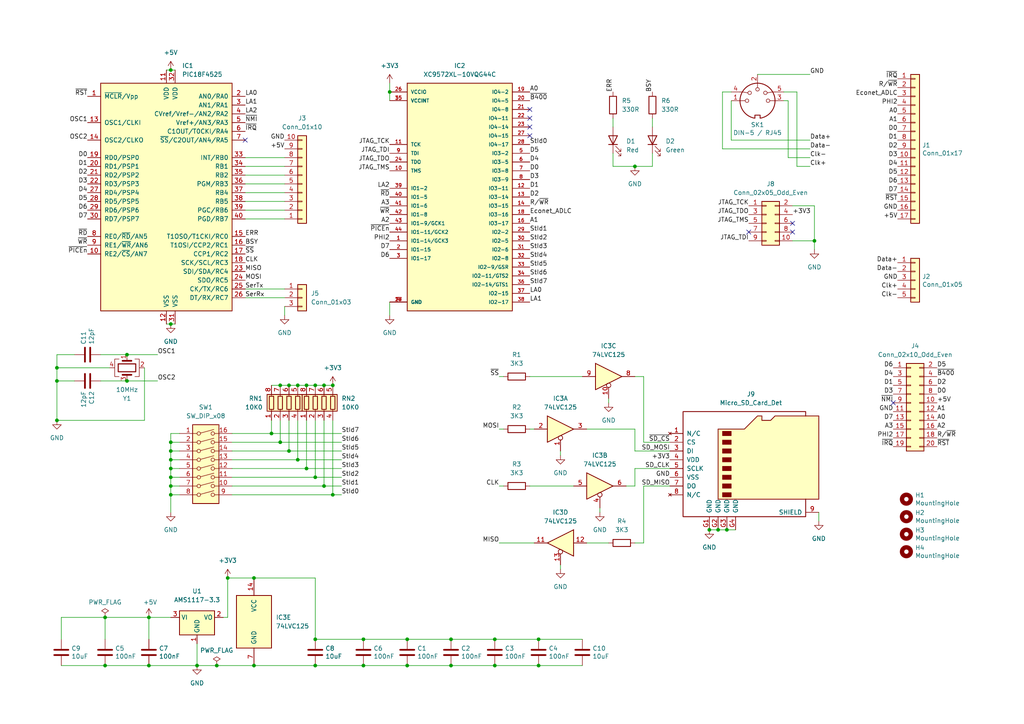
<source format=kicad_sch>
(kicad_sch (version 20230121) (generator eeschema)
  (paper "A4")
  (title_block (title "Atom Econet and AtoMMC Interface") (date "2022-12-20") (rev "02") (company "Ken Lowe") (comment 1 "Rev 01: Initial Design") (comment 2 "Rev 02: Correct routing for nB400"))
  (lib_symbols
    (symbol "74xx:74LVC125" (pin_names (offset 1.016))
      (property "Reference" "U" (at 0 1.27 0))
      (property "Value" "74LVC125" (at 0 -1.27 0))
      (symbol "74LVC125_1_0"
        (pin input inverted (at 0 -6.35 90) (length 4.445) (name "~") (number "1"))
        (pin input line (at -7.62 0 0) (length 3.81) (name "~") (number "2"))
        (pin tri_state line (at 7.62 0 180) (length 3.81) (name "~") (number "3"))
      )
      (symbol "74LVC125_2_0"
        (pin input inverted (at 0 -6.35 90) (length 4.445) (name "~") (number "4"))
        (pin input line (at -7.62 0 0) (length 3.81) (name "~") (number "5"))
        (pin tri_state line (at 7.62 0 180) (length 3.81) (name "~") (number "6"))
      )
      (symbol "74LVC125_3_0"
        (pin input inverted (at 0 -6.35 90) (length 4.445) (name "~") (number "10"))
        (pin tri_state line (at 7.62 0 180) (length 3.81) (name "~") (number "8"))
        (pin input line (at -7.62 0 0) (length 3.81) (name "~") (number "9"))
      )
      (symbol "74LVC125_4_0"
        (pin tri_state line (at 7.62 0 180) (length 3.81) (name "~") (number "11"))
        (pin input line (at -7.62 0 0) (length 3.81) (name "~") (number "12"))
        (pin input inverted (at 0 -6.35 90) (length 4.445) (name "~") (number "13"))
      )
      (symbol "74LVC125_5_0"
        (pin power_in line (at 0 12.7 270) (length 5.08) (name "VCC") (number "14"))
        (pin power_in line (at 0 -12.7 90) (length 5.08) (name "GND") (number "7"))
      )
    )
    (symbol "Connector_Generic:Conn_01x03" (pin_names (offset 1.016) hide)
      (property "Reference" "J" (at 0 5.08 0))
      (property "Value" "Conn_01x03" (at 0 -5.08 0))
      (symbol "Conn_01x03_1_1"
        (pin passive line (at -5.08 2.54 0) (length 3.81) (name "Pin_1") (number "1"))
        (pin passive line (at -5.08 0 0) (length 3.81) (name "Pin_2") (number "2"))
        (pin passive line (at -5.08 -2.54 0) (length 3.81) (name "Pin_3") (number "3"))
      )
    )
    (symbol "Connector_Generic:Conn_01x05" (pin_names (offset 1.016) hide)
      (property "Reference" "J" (at 0 7.62 0))
      (property "Value" "Conn_01x05" (at 0 -7.62 0))
      (symbol "Conn_01x05_1_1"
        (pin passive line (at -5.08 5.08 0) (length 3.81) (name "Pin_1") (number "1"))
        (pin passive line (at -5.08 2.54 0) (length 3.81) (name "Pin_2") (number "2"))
        (pin passive line (at -5.08 0 0) (length 3.81) (name "Pin_3") (number "3"))
        (pin passive line (at -5.08 -2.54 0) (length 3.81) (name "Pin_4") (number "4"))
        (pin passive line (at -5.08 -5.08 0) (length 3.81) (name "Pin_5") (number "5"))
      )
    )
    (symbol "Connector_Generic:Conn_01x10" (pin_names (offset 1.016) hide)
      (property "Reference" "J" (at 0 12.7 0))
      (property "Value" "Conn_01x10" (at 0 -15.24 0))
      (symbol "Conn_01x10_1_1"
        (pin passive line (at -5.08 10.16 0) (length 3.81) (name "Pin_1") (number "1"))
        (pin passive line (at -5.08 -12.7 0) (length 3.81) (name "Pin_10") (number "10"))
        (pin passive line (at -5.08 7.62 0) (length 3.81) (name "Pin_2") (number "2"))
        (pin passive line (at -5.08 5.08 0) (length 3.81) (name "Pin_3") (number "3"))
        (pin passive line (at -5.08 2.54 0) (length 3.81) (name "Pin_4") (number "4"))
        (pin passive line (at -5.08 0 0) (length 3.81) (name "Pin_5") (number "5"))
        (pin passive line (at -5.08 -2.54 0) (length 3.81) (name "Pin_6") (number "6"))
        (pin passive line (at -5.08 -5.08 0) (length 3.81) (name "Pin_7") (number "7"))
        (pin passive line (at -5.08 -7.62 0) (length 3.81) (name "Pin_8") (number "8"))
        (pin passive line (at -5.08 -10.16 0) (length 3.81) (name "Pin_9") (number "9"))
      )
    )
    (symbol "Connector_Generic:Conn_01x17" (pin_names (offset 1.016) hide)
      (property "Reference" "J" (at 0 22.86 0))
      (property "Value" "Conn_01x17" (at 0 -22.86 0))
      (symbol "Conn_01x17_1_1"
        (pin passive line (at -5.08 20.32 0) (length 3.81) (name "Pin_1") (number "1"))
        (pin passive line (at -5.08 -2.54 0) (length 3.81) (name "Pin_10") (number "10"))
        (pin passive line (at -5.08 -5.08 0) (length 3.81) (name "Pin_11") (number "11"))
        (pin passive line (at -5.08 -7.62 0) (length 3.81) (name "Pin_12") (number "12"))
        (pin passive line (at -5.08 -10.16 0) (length 3.81) (name "Pin_13") (number "13"))
        (pin passive line (at -5.08 -12.7 0) (length 3.81) (name "Pin_14") (number "14"))
        (pin passive line (at -5.08 -15.24 0) (length 3.81) (name "Pin_15") (number "15"))
        (pin passive line (at -5.08 -17.78 0) (length 3.81) (name "Pin_16") (number "16"))
        (pin passive line (at -5.08 -20.32 0) (length 3.81) (name "Pin_17") (number "17"))
        (pin passive line (at -5.08 17.78 0) (length 3.81) (name "Pin_2") (number "2"))
        (pin passive line (at -5.08 15.24 0) (length 3.81) (name "Pin_3") (number "3"))
        (pin passive line (at -5.08 12.7 0) (length 3.81) (name "Pin_4") (number "4"))
        (pin passive line (at -5.08 10.16 0) (length 3.81) (name "Pin_5") (number "5"))
        (pin passive line (at -5.08 7.62 0) (length 3.81) (name "Pin_6") (number "6"))
        (pin passive line (at -5.08 5.08 0) (length 3.81) (name "Pin_7") (number "7"))
        (pin passive line (at -5.08 2.54 0) (length 3.81) (name "Pin_8") (number "8"))
        (pin passive line (at -5.08 0 0) (length 3.81) (name "Pin_9") (number "9"))
      )
    )
    (symbol "Connector_Generic:Conn_02x05_Odd_Even" (pin_names (offset 1.016) hide)
      (property "Reference" "J" (at 1.27 7.62 0))
      (property "Value" "Conn_02x05_Odd_Even" (at 1.27 -7.62 0))
      (symbol "Conn_02x05_Odd_Even_1_1"
        (pin passive line (at -5.08 5.08 0) (length 3.81) (name "Pin_1") (number "1"))
        (pin passive line (at 7.62 -5.08 180) (length 3.81) (name "Pin_10") (number "10"))
        (pin passive line (at 7.62 5.08 180) (length 3.81) (name "Pin_2") (number "2"))
        (pin passive line (at -5.08 2.54 0) (length 3.81) (name "Pin_3") (number "3"))
        (pin passive line (at 7.62 2.54 180) (length 3.81) (name "Pin_4") (number "4"))
        (pin passive line (at -5.08 0 0) (length 3.81) (name "Pin_5") (number "5"))
        (pin passive line (at 7.62 0 180) (length 3.81) (name "Pin_6") (number "6"))
        (pin passive line (at -5.08 -2.54 0) (length 3.81) (name "Pin_7") (number "7"))
        (pin passive line (at 7.62 -2.54 180) (length 3.81) (name "Pin_8") (number "8"))
        (pin passive line (at -5.08 -5.08 0) (length 3.81) (name "Pin_9") (number "9"))
      )
    )
    (symbol "Connector_Generic:Conn_02x10_Odd_Even" (pin_names (offset 1.016) hide)
      (property "Reference" "J" (at 1.27 12.7 0))
      (property "Value" "Conn_02x10_Odd_Even" (at 1.27 -15.24 0))
      (symbol "Conn_02x10_Odd_Even_1_1"
        (pin passive line (at -5.08 10.16 0) (length 3.81) (name "Pin_1") (number "1"))
        (pin passive line (at 7.62 0 180) (length 3.81) (name "Pin_10") (number "10"))
        (pin passive line (at -5.08 -2.54 0) (length 3.81) (name "Pin_11") (number "11"))
        (pin passive line (at 7.62 -2.54 180) (length 3.81) (name "Pin_12") (number "12"))
        (pin passive line (at -5.08 -5.08 0) (length 3.81) (name "Pin_13") (number "13"))
        (pin passive line (at 7.62 -5.08 180) (length 3.81) (name "Pin_14") (number "14"))
        (pin passive line (at -5.08 -7.62 0) (length 3.81) (name "Pin_15") (number "15"))
        (pin passive line (at 7.62 -7.62 180) (length 3.81) (name "Pin_16") (number "16"))
        (pin passive line (at -5.08 -10.16 0) (length 3.81) (name "Pin_17") (number "17"))
        (pin passive line (at 7.62 -10.16 180) (length 3.81) (name "Pin_18") (number "18"))
        (pin passive line (at -5.08 -12.7 0) (length 3.81) (name "Pin_19") (number "19"))
        (pin passive line (at 7.62 10.16 180) (length 3.81) (name "Pin_2") (number "2"))
        (pin passive line (at 7.62 -12.7 180) (length 3.81) (name "Pin_20") (number "20"))
        (pin passive line (at -5.08 7.62 0) (length 3.81) (name "Pin_3") (number "3"))
        (pin passive line (at 7.62 7.62 180) (length 3.81) (name "Pin_4") (number "4"))
        (pin passive line (at -5.08 5.08 0) (length 3.81) (name "Pin_5") (number "5"))
        (pin passive line (at 7.62 5.08 180) (length 3.81) (name "Pin_6") (number "6"))
        (pin passive line (at -5.08 2.54 0) (length 3.81) (name "Pin_7") (number "7"))
        (pin passive line (at 7.62 2.54 180) (length 3.81) (name "Pin_8") (number "8"))
        (pin passive line (at -5.08 0 0) (length 3.81) (name "Pin_9") (number "9"))
      )
    )
    (symbol "Device:C" (pin_numbers hide) (pin_names (offset 0.254))
      (property "Reference" "C" (at 0.635 2.54 0))
      (property "Value" "C" (at 0.635 -2.54 0))
      (symbol "C_1_1"
        (pin passive line (at 0 3.81 270) (length 2.794) (name "~") (number "1"))
        (pin passive line (at 0 -3.81 90) (length 2.794) (name "~") (number "2"))
      )
    )
    (symbol "Device:Crystal_GND24" (pin_names (offset 1.016) hide)
      (property "Reference" "Y" (at 3.175 5.08 0))
      (property "Value" "Crystal_GND24" (at 3.175 3.175 0))
      (symbol "Crystal_GND24_1_1"
        (pin passive line (at -3.81 0 0) (length 1.27) (name "1") (number "1"))
        (pin passive line (at 0 5.08 270) (length 1.27) (name "2") (number "2"))
        (pin passive line (at 3.81 0 180) (length 1.27) (name "3") (number "3"))
        (pin passive line (at 0 -5.08 90) (length 1.27) (name "4") (number "4"))
      )
    )
    (symbol "Device:LED" (pin_numbers hide) (pin_names (offset 1.016) hide)
      (property "Reference" "D" (at 0 2.54 0))
      (property "Value" "LED" (at 0 -2.54 0))
      (symbol "LED_1_1"
        (pin passive line (at -3.81 0 0) (length 2.54) (name "K") (number "1"))
        (pin passive line (at 3.81 0 180) (length 2.54) (name "A") (number "2"))
      )
    )
    (symbol "Device:R" (pin_numbers hide) (pin_names (offset 0))
      (property "Reference" "R" (at 2.032 0 90))
      (property "Value" "R" (at 0 0 90))
      (symbol "R_1_1"
        (pin passive line (at 0 3.81 270) (length 1.27) (name "~") (number "1"))
        (pin passive line (at 0 -3.81 90) (length 1.27) (name "~") (number "2"))
      )
    )
    (symbol "Device:R_Pack04" (pin_names (offset 0) hide)
      (property "Reference" "RN" (at -7.62 0 90))
      (property "Value" "R_Pack04" (at 5.08 0 90))
      (symbol "R_Pack04_1_1"
        (pin passive line (at -5.08 -5.08 90) (length 2.54) (name "R1.1") (number "1"))
        (pin passive line (at -2.54 -5.08 90) (length 2.54) (name "R2.1") (number "2"))
        (pin passive line (at 0 -5.08 90) (length 2.54) (name "R3.1") (number "3"))
        (pin passive line (at 2.54 -5.08 90) (length 2.54) (name "R4.1") (number "4"))
        (pin passive line (at 2.54 5.08 270) (length 2.54) (name "R4.2") (number "5"))
        (pin passive line (at 0 5.08 270) (length 2.54) (name "R3.2") (number "6"))
        (pin passive line (at -2.54 5.08 270) (length 2.54) (name "R2.2") (number "7"))
        (pin passive line (at -5.08 5.08 270) (length 2.54) (name "R1.2") (number "8"))
      )
    )
    (symbol "Econet_AtoMMC:DIN-5_180degree" (pin_names (offset 1.016))
      (property "Reference" "SK1" (at 0 -6.985 0))
      (property "Value" "DIN-5 / RJ45" (at 0 -9.2964 0))
      (symbol "DIN-5_180degree_1_1"
        (pin passive line (at -7.62 0 0) (length 2.54) (name "~") (number "1"))
        (pin passive line (at 0 7.62 270) (length 2.54) (name "~") (number "2"))
        (pin passive line (at 7.62 0 180) (length 2.54) (name "~") (number "3"))
        (pin passive line (at -7.62 2.54 0) (length 2.54) (name "~") (number "4"))
        (pin passive line (at 7.62 2.54 180) (length 2.54) (name "~") (number "5"))
      )
    )
    (symbol "Econet_AtoMMC:Micro_SD_Card" (pin_names (offset 1.016))
      (property "Reference" "J9" (at 0.635 21.59 0))
      (property "Value" "Micro_SD_Card_Det" (at 0.635 19.05 0))
      (symbol "Micro_SD_Card_0_0"
        (text "" (at -8.89 -21.59 0) (effects (font (size 1.27 1.27))))
      )
      (symbol "Micro_SD_Card_1_1"
        (pin no_connect line (at -22.86 7.62 0) (length 3.81) (name "N/C") (number "1"))
        (pin input line (at -22.86 5.08 0) (length 3.81) (name "CS") (number "2"))
        (pin input line (at -22.86 2.54 0) (length 3.81) (name "DI") (number "3"))
        (pin power_in line (at -22.86 0 0) (length 3.81) (name "VDD") (number "4"))
        (pin input line (at -22.86 -2.54 0) (length 3.81) (name "SCLK") (number "5"))
        (pin power_in line (at -22.86 -5.08 0) (length 3.81) (name "VSS") (number "6"))
        (pin output line (at -22.86 -7.62 0) (length 3.81) (name "DO") (number "7"))
        (pin no_connect line (at -22.86 -10.16 0) (length 3.81) (name "N/C") (number "8"))
        (pin passive line (at 20.32 -15.24 180) (length 3.81) (name "SHIELD") (number "9"))
        (pin passive line (at -11.43 -20.32 90) (length 3.81) (name "GND") (number "G1"))
        (pin passive line (at -8.89 -20.32 90) (length 3.81) (name "GND") (number "G2"))
        (pin passive line (at -6.35 -20.32 90) (length 3.81) (name "GND") (number "G3"))
        (pin passive line (at -3.81 -20.32 90) (length 3.81) (name "GND") (number "G4"))
      )
    )
    (symbol "Econet_AtoMMC:XC9572XL-10VQG44C" (pin_names (offset 1.016))
      (property "Reference" "U" (at -15.24 -35.56 0))
      (property "Value" "XC9572XL-10VQG44C" (at -15.24 -38.1 0))
      (symbol "XC9572XL-10VQG44C_0_0"
        (pin bidirectional line (at -20.32 -12.7 0) (length 5.08) (name "IO1-14/GCK3") (number "1"))
        (pin bidirectional line (at -20.32 7.62 0) (length 5.08) (name "TMS") (number "10"))
        (pin bidirectional line (at -20.32 15.24 0) (length 5.08) (name "TCK") (number "11"))
        (pin bidirectional line (at 20.32 2.54 180) (length 5.08) (name "IO3-11") (number "12"))
        (pin bidirectional line (at 20.32 0 180) (length 5.08) (name "IO3-14") (number "13"))
        (pin bidirectional line (at 20.32 -2.54 180) (length 5.08) (name "IO3-15") (number "14"))
        (pin power_in line (at -20.32 27.94 0) (length 5.08) (name "VCCINT") (number "15"))
        (pin bidirectional line (at 20.32 -7.62 180) (length 5.08) (name "IO3-17") (number "16"))
        (pin power_in line (at -20.32 -30.48 0) (length 5.08) (name "GND") (number "17"))
        (pin bidirectional line (at 20.32 -5.08 180) (length 5.08) (name "IO3-16") (number "18"))
        (pin bidirectional line (at 20.32 30.48 180) (length 5.08) (name "IO4-2") (number "19"))
        (pin bidirectional line (at -20.32 -15.24 0) (length 5.08) (name "IO1-15") (number "2"))
        (pin bidirectional line (at 20.32 27.94 180) (length 5.08) (name "IO4-5") (number "20"))
        (pin bidirectional line (at 20.32 25.4 180) (length 5.08) (name "IO4-8") (number "21"))
        (pin bidirectional line (at 20.32 22.86 180) (length 5.08) (name "IO4-11") (number "22"))
        (pin bidirectional line (at 20.32 20.32 180) (length 5.08) (name "IO4-14") (number "23"))
        (pin bidirectional line (at -20.32 10.16 0) (length 5.08) (name "TDO") (number "24"))
        (pin power_in line (at -20.32 -30.48 0) (length 5.08) (name "GND") (number "25"))
        (pin power_in line (at -20.32 30.48 0) (length 5.08) (name "VCCIO") (number "26"))
        (pin bidirectional line (at 20.32 17.78 180) (length 5.08) (name "IO4-15") (number "27"))
        (pin bidirectional line (at 20.32 15.24 180) (length 5.08) (name "IO4-17") (number "28"))
        (pin bidirectional line (at 20.32 -10.16 180) (length 5.08) (name "IO2-2") (number "29"))
        (pin bidirectional line (at -20.32 -17.78 0) (length 5.08) (name "IO1-17") (number "3"))
        (pin bidirectional line (at 20.32 -12.7 180) (length 5.08) (name "IO2-5") (number "30"))
        (pin bidirectional line (at 20.32 -15.24 180) (length 5.08) (name "IO2-6") (number "31"))
        (pin bidirectional line (at 20.32 -17.78 180) (length 5.08) (name "IO2-8") (number "32"))
        (pin bidirectional line (at 20.32 -20.32 180) (length 5.08) (name "IO2-9/GSR") (number "33"))
        (pin bidirectional line (at 20.32 -22.86 180) (length 5.08) (name "IO2-11/GTS2") (number "34"))
        (pin power_in line (at -20.32 27.94 0) (length 5.08) (name "VCCINT") (number "35"))
        (pin bidirectional line (at 20.32 -25.4 180) (length 5.08) (name "IO2-14/GTS1") (number "36"))
        (pin bidirectional line (at 20.32 -27.94 180) (length 5.08) (name "IO2-15") (number "37"))
        (pin bidirectional line (at 20.32 -30.48 180) (length 5.08) (name "IO2-17") (number "38"))
        (pin bidirectional line (at -20.32 2.54 0) (length 5.08) (name "IO1-2") (number "39"))
        (pin power_in line (at -20.32 -30.48 0) (length 5.08) (name "GND") (number "4"))
        (pin bidirectional line (at -20.32 0 0) (length 5.08) (name "IO1-5") (number "40"))
        (pin bidirectional line (at -20.32 -2.54 0) (length 5.08) (name "IO1-6") (number "41"))
        (pin bidirectional line (at -20.32 -5.08 0) (length 5.08) (name "IO1-8") (number "42"))
        (pin bidirectional line (at -20.32 -7.62 0) (length 5.08) (name "IO1-9/GCK1") (number "43"))
        (pin bidirectional line (at -20.32 -10.16 0) (length 5.08) (name "IO1-11/GCK2") (number "44"))
        (pin bidirectional line (at 20.32 12.7 180) (length 5.08) (name "IO3-2") (number "5"))
        (pin bidirectional line (at 20.32 10.16 180) (length 5.08) (name "IO3-5") (number "6"))
        (pin bidirectional line (at 20.32 7.62 180) (length 5.08) (name "IO3-8") (number "7"))
        (pin bidirectional line (at 20.32 5.08 180) (length 5.08) (name "IO3-9") (number "8"))
        (pin bidirectional line (at -20.32 12.7 0) (length 5.08) (name "TDI") (number "9"))
      )
    )
    (symbol "MCU_Microchip_PIC16:PIC16F874A-IP" (pin_names (offset 1.016))
      (property "Reference" "U" (at 5.08 35.56 0))
      (property "Value" "PIC16F874A-IP" (at 5.08 33.02 0))
      (symbol "PIC16F874A-IP_1_1"
        (pin input line (at -22.86 27.94 0) (length 3.81) (name "~{MCLR}/Vpp") (number "1"))
        (pin bidirectional line (at -22.86 -17.78 0) (length 3.81) (name "RE2/~{CS}/AN7") (number "10"))
        (pin power_in line (at 0 35.56 270) (length 3.81) (name "VDD") (number "11"))
        (pin power_in line (at 0 -38.1 90) (length 3.81) (name "VSS") (number "12"))
        (pin input line (at -22.86 20.32 0) (length 3.81) (name "OSC1/CLKI") (number "13"))
        (pin output line (at -22.86 15.24 0) (length 3.81) (name "OSC2/CLKO") (number "14"))
        (pin bidirectional line (at 22.86 -12.7 180) (length 3.81) (name "T1OSO/T1CKI/RC0") (number "15"))
        (pin bidirectional line (at 22.86 -15.24 180) (length 3.81) (name "T1OSI/CCP2/RC1") (number "16"))
        (pin bidirectional line (at 22.86 -17.78 180) (length 3.81) (name "CCP1/RC2") (number "17"))
        (pin bidirectional line (at 22.86 -20.32 180) (length 3.81) (name "SCK/SCL/RC3") (number "18"))
        (pin bidirectional line (at -22.86 10.16 0) (length 3.81) (name "RD0/PSP0") (number "19"))
        (pin bidirectional line (at 22.86 27.94 180) (length 3.81) (name "AN0/RA0") (number "2"))
        (pin bidirectional line (at -22.86 7.62 0) (length 3.81) (name "RD1/PSP1") (number "20"))
        (pin bidirectional line (at -22.86 5.08 0) (length 3.81) (name "RD2/PSP2") (number "21"))
        (pin bidirectional line (at -22.86 2.54 0) (length 3.81) (name "RD3/PSP3") (number "22"))
        (pin bidirectional line (at 22.86 -22.86 180) (length 3.81) (name "SDI/SDA/RC4") (number "23"))
        (pin bidirectional line (at 22.86 -25.4 180) (length 3.81) (name "SDO/RC5") (number "24"))
        (pin bidirectional line (at 22.86 -27.94 180) (length 3.81) (name "CK/TX/RC6") (number "25"))
        (pin bidirectional line (at 22.86 -30.48 180) (length 3.81) (name "DT/RX/RC7") (number "26"))
        (pin bidirectional line (at -22.86 0 0) (length 3.81) (name "RD4/PSP4") (number "27"))
        (pin bidirectional line (at -22.86 -2.54 0) (length 3.81) (name "RD5/PSP5") (number "28"))
        (pin bidirectional line (at -22.86 -5.08 0) (length 3.81) (name "RD6/PSP6") (number "29"))
        (pin bidirectional line (at 22.86 25.4 180) (length 3.81) (name "AN1/RA1") (number "3"))
        (pin bidirectional line (at -22.86 -7.62 0) (length 3.81) (name "RD7/PSP7") (number "30"))
        (pin power_in line (at 2.54 -38.1 90) (length 3.81) (name "VSS") (number "31"))
        (pin power_in line (at 2.54 35.56 270) (length 3.81) (name "VDD") (number "32"))
        (pin bidirectional line (at 22.86 10.16 180) (length 3.81) (name "INT/RB0") (number "33"))
        (pin bidirectional line (at 22.86 7.62 180) (length 3.81) (name "RB1") (number "34"))
        (pin bidirectional line (at 22.86 5.08 180) (length 3.81) (name "RB2") (number "35"))
        (pin bidirectional line (at 22.86 2.54 180) (length 3.81) (name "PGM/RB3") (number "36"))
        (pin bidirectional line (at 22.86 0 180) (length 3.81) (name "RB4") (number "37"))
        (pin bidirectional line (at 22.86 -2.54 180) (length 3.81) (name "RB5") (number "38"))
        (pin bidirectional line (at 22.86 -5.08 180) (length 3.81) (name "PGC/RB6") (number "39"))
        (pin bidirectional line (at 22.86 22.86 180) (length 3.81) (name "CVref/Vref-/AN2/RA2") (number "4"))
        (pin bidirectional line (at 22.86 -7.62 180) (length 3.81) (name "PGD/RB7") (number "40"))
        (pin bidirectional line (at 22.86 20.32 180) (length 3.81) (name "Vref+/AN3/RA3") (number "5"))
        (pin bidirectional line (at 22.86 17.78 180) (length 3.81) (name "C1OUT/T0CKI/RA4") (number "6"))
        (pin bidirectional line (at 22.86 15.24 180) (length 3.81) (name "~{SS}/C2OUT/AN4/RA5") (number "7"))
        (pin bidirectional line (at -22.86 -12.7 0) (length 3.81) (name "RE0/~{RD}/AN5") (number "8"))
        (pin bidirectional line (at -22.86 -15.24 0) (length 3.81) (name "RE1/~{WR}/AN6") (number "9"))
      )
    )
    (symbol "Mechanical:MountingHole" (pin_names (offset 1.016))
      (property "Reference" "H" (at 0 5.08 0))
      (property "Value" "MountingHole" (at 0 3.175 0))
    )
    (symbol "Regulator_Linear:AMS1117-3.3"
      (property "Reference" "U" (at -3.81 3.175 0))
      (property "Value" "AMS1117-3.3" (at 0 3.175 0))
      (symbol "AMS1117-3.3_1_1"
        (pin power_in line (at 0 -7.62 90) (length 2.54) (name "GND") (number "1"))
        (pin power_out line (at 7.62 0 180) (length 2.54) (name "VO") (number "2"))
        (pin power_in line (at -7.62 0 0) (length 2.54) (name "VI") (number "3"))
      )
    )
    (symbol "Switch:SW_DIP_x08" (pin_names (offset 0) hide)
      (property "Reference" "SW" (at 0 13.97 0))
      (property "Value" "SW_DIP_x08" (at 0 -11.43 0))
      (symbol "SW_DIP_x08_1_1"
        (pin passive line (at -7.62 10.16 0) (length 5.08) (name "~") (number "1"))
        (pin passive line (at 7.62 -5.08 180) (length 5.08) (name "~") (number "10"))
        (pin passive line (at 7.62 -2.54 180) (length 5.08) (name "~") (number "11"))
        (pin passive line (at 7.62 0 180) (length 5.08) (name "~") (number "12"))
        (pin passive line (at 7.62 2.54 180) (length 5.08) (name "~") (number "13"))
        (pin passive line (at 7.62 5.08 180) (length 5.08) (name "~") (number "14"))
        (pin passive line (at 7.62 7.62 180) (length 5.08) (name "~") (number "15"))
        (pin passive line (at 7.62 10.16 180) (length 5.08) (name "~") (number "16"))
        (pin passive line (at -7.62 7.62 0) (length 5.08) (name "~") (number "2"))
        (pin passive line (at -7.62 5.08 0) (length 5.08) (name "~") (number "3"))
        (pin passive line (at -7.62 2.54 0) (length 5.08) (name "~") (number "4"))
        (pin passive line (at -7.62 0 0) (length 5.08) (name "~") (number "5"))
        (pin passive line (at -7.62 -2.54 0) (length 5.08) (name "~") (number "6"))
        (pin passive line (at -7.62 -5.08 0) (length 5.08) (name "~") (number "7"))
        (pin passive line (at -7.62 -7.62 0) (length 5.08) (name "~") (number "8"))
        (pin passive line (at 7.62 -7.62 180) (length 5.08) (name "~") (number "9"))
      )
    )
    (symbol "power:+3V3" (power) (pin_names (offset 0))
      (property "Value" "+3V3" (at 0 3.556 0))
      (symbol "+3V3_1_1"
        (pin power_in line (at 0 0 90) (length 0) hide (name "+3V3") (number "1"))
      )
    )
    (symbol "power:+5V" (power) (pin_names (offset 0))
      (property "Value" "+5V" (at 0 3.556 0))
      (symbol "+5V_1_1"
        (pin power_in line (at 0 0 90) (length 0) hide (name "+5V") (number "1"))
      )
    )
    (symbol "power:GND" (power) (pin_names (offset 0))
      (property "Value" "GND" (at 0 -3.81 0))
      (symbol "GND_1_1"
        (pin power_in line (at 0 0 270) (length 0) hide (name "GND") (number "1"))
      )
    )
    (symbol "power:PWR_FLAG" (power) (pin_numbers hide) (pin_names (offset 0) hide)
      (property "Value" "PWR_FLAG" (at 0 3.81 0))
      (symbol "PWR_FLAG_0_0"
        (pin power_out line (at 0 0 90) (length 0) (name "pwr") (number "1"))
      )
    )
  )
  (junction (at 105.41 185.42))
  (junction (at 118.11 185.42))
  (junction (at 130.81 193.04))
  (junction (at 30.48 179.07))
  (junction (at 49.53 135.89))
  (junction (at 156.21 193.04))
  (junction (at 118.11 193.04))
  (junction (at 49.53 140.97))
  (junction (at 49.53 128.27))
  (junction (at 93.98 111.76))
  (junction (at 36.83 102.87))
  (junction (at 49.53 130.81))
  (junction (at 205.74 153.67))
  (junction (at 16.51 121.92))
  (junction (at 62.865 193.04))
  (junction (at 81.28 111.76))
  (junction (at 86.36 111.76))
  (junction (at 73.66 193.04))
  (junction (at 49.53 93.98))
  (junction (at 93.98 140.97))
  (junction (at 49.53 133.35))
  (junction (at 66.04 167.64))
  (junction (at 86.36 133.35))
  (junction (at 210.82 153.67))
  (junction (at 49.53 138.43))
  (junction (at 156.21 185.42))
  (junction (at 91.44 111.76))
  (junction (at 113.03 26.67))
  (junction (at 30.48 193.04))
  (junction (at 236.22 69.85))
  (junction (at 43.18 179.07))
  (junction (at 105.41 193.04))
  (junction (at 49.53 20.32))
  (junction (at 96.52 143.51))
  (junction (at 208.28 153.67))
  (junction (at 88.9 135.89))
  (junction (at 57.15 193.04))
  (junction (at 73.66 167.64))
  (junction (at 184.15 48.26))
  (junction (at 43.18 193.04))
  (junction (at 91.44 193.04))
  (junction (at 88.9 111.76))
  (junction (at 130.81 185.42))
  (junction (at 83.82 130.81))
  (junction (at 49.53 143.51))
  (junction (at 16.51 106.68))
  (junction (at 143.51 193.04))
  (junction (at 16.51 110.49))
  (junction (at 36.83 110.49))
  (junction (at 81.28 128.27))
  (junction (at 91.44 185.42))
  (junction (at 78.74 125.73))
  (junction (at 83.82 111.76))
  (junction (at 143.51 185.42))
  (junction (at 91.44 138.43))
  (junction (at 96.52 111.76))
  (no_connect (at 71.12 40.64))
  (no_connect (at 153.67 31.75))
  (no_connect (at 153.67 34.29))
  (no_connect (at 153.67 36.83))
  (no_connect (at 153.67 39.37))
  (no_connect (at 259.08 116.84))
  (no_connect (at 229.87 64.77))
  (no_connect (at 229.87 67.31))
  (no_connect (at 217.17 67.31))
  (wire (pts (xy 186.69 140.97) (xy 194.31 140.97)))
  (wire (pts (xy 186.69 157.48) (xy 186.69 140.97)))
  (wire (pts (xy 156.21 193.04) (xy 168.91 193.04)))
  (wire (pts (xy 88.9 111.76) (xy 91.44 111.76)))
  (wire (pts (xy 71.12 55.88) (xy 82.55 55.88)))
  (wire (pts (xy 66.04 179.07) (xy 66.04 167.64)))
  (wire (pts (xy 82.55 88.9) (xy 82.55 91.44)))
  (wire (pts (xy 78.74 125.73) (xy 99.06 125.73)))
  (wire (pts (xy 208.28 153.67) (xy 210.82 153.67)))
  (wire (pts (xy 21.59 102.87) (xy 16.51 102.87)))
  (wire (pts (xy 113.03 26.67) (xy 113.03 29.21)))
  (wire (pts (xy 189.23 34.29) (xy 189.23 36.83)))
  (wire (pts (xy 91.44 185.42) (xy 105.41 185.42)))
  (wire (pts (xy 96.52 143.51) (xy 99.06 143.51)))
  (wire (pts (xy 86.36 133.35) (xy 99.06 133.35)))
  (wire (pts (xy 67.31 125.73) (xy 78.74 125.73)))
  (wire (pts (xy 176.53 115.57) (xy 176.53 116.84)))
  (wire (pts (xy 16.51 106.68) (xy 31.75 106.68)))
  (wire (pts (xy 177.8 48.26) (xy 184.15 48.26)))
  (wire (pts (xy 186.69 128.27) (xy 194.31 128.27)))
  (wire (pts (xy 181.61 140.97) (xy 184.15 140.97)))
  (wire (pts (xy 212.09 40.64) (xy 234.95 40.64)))
  (wire (pts (xy 144.78 157.48) (xy 154.94 157.48)))
  (wire (pts (xy 16.51 102.87) (xy 16.51 106.68)))
  (wire (pts (xy 71.12 53.34) (xy 82.55 53.34)))
  (wire (pts (xy 162.56 130.81) (xy 162.56 132.08)))
  (wire (pts (xy 43.18 179.07) (xy 49.53 179.07)))
  (wire (pts (xy 29.21 102.87) (xy 36.83 102.87)))
  (wire (pts (xy 184.15 48.26) (xy 189.23 48.26)))
  (wire (pts (xy 113.03 24.13) (xy 113.03 26.67)))
  (wire (pts (xy 184.15 140.97) (xy 184.15 135.89)))
  (wire (pts (xy 49.53 140.97) (xy 49.53 143.51)))
  (wire (pts (xy 91.44 121.92) (xy 91.44 138.43)))
  (wire (pts (xy 205.74 153.67) (xy 208.28 153.67)))
  (wire (pts (xy 71.12 60.96) (xy 82.55 60.96)))
  (wire (pts (xy 105.41 193.04) (xy 118.11 193.04)))
  (wire (pts (xy 43.18 193.04) (xy 57.15 193.04)))
  (wire (pts (xy 49.53 93.98) (xy 50.8 93.98)))
  (wire (pts (xy 30.48 193.04) (xy 43.18 193.04)))
  (wire (pts (xy 88.9 135.89) (xy 99.06 135.89)))
  (wire (pts (xy 130.81 185.42) (xy 143.51 185.42)))
  (wire (pts (xy 81.28 111.76) (xy 83.82 111.76)))
  (wire (pts (xy 228.6 29.21) (xy 228.6 45.72)))
  (wire (pts (xy 49.53 128.27) (xy 52.07 128.27)))
  (wire (pts (xy 49.53 125.73) (xy 49.53 128.27)))
  (wire (pts (xy 49.53 138.43) (xy 49.53 140.97)))
  (wire (pts (xy 49.53 20.32) (xy 50.8 20.32)))
  (wire (pts (xy 231.14 26.67) (xy 231.14 48.26)))
  (wire (pts (xy 228.6 29.21) (xy 227.33 29.21)))
  (wire (pts (xy 49.53 138.43) (xy 52.07 138.43)))
  (wire (pts (xy 231.14 48.26) (xy 234.95 48.26)))
  (wire (pts (xy 71.12 50.8) (xy 82.55 50.8)))
  (wire (pts (xy 64.77 179.07) (xy 66.04 179.07)))
  (wire (pts (xy 17.78 179.07) (xy 30.48 179.07)))
  (wire (pts (xy 49.53 133.35) (xy 52.07 133.35)))
  (wire (pts (xy 49.53 140.97) (xy 52.07 140.97)))
  (wire (pts (xy 81.28 128.27) (xy 99.06 128.27)))
  (wire (pts (xy 144.78 124.46) (xy 146.05 124.46)))
  (wire (pts (xy 57.15 186.69) (xy 57.15 193.04)))
  (wire (pts (xy 153.67 109.22) (xy 168.91 109.22)))
  (wire (pts (xy 49.53 128.27) (xy 49.53 130.81)))
  (wire (pts (xy 67.31 128.27) (xy 81.28 128.27)))
  (wire (pts (xy 48.26 93.98) (xy 49.53 93.98)))
  (wire (pts (xy 83.82 130.81) (xy 99.06 130.81)))
  (wire (pts (xy 143.51 185.42) (xy 156.21 185.42)))
  (wire (pts (xy 49.53 130.81) (xy 52.07 130.81)))
  (wire (pts (xy 144.78 109.22) (xy 146.05 109.22)))
  (wire (pts (xy 78.74 111.76) (xy 81.28 111.76)))
  (wire (pts (xy 118.11 193.04) (xy 130.81 193.04)))
  (wire (pts (xy 62.865 193.04) (xy 73.66 193.04)))
  (wire (pts (xy 67.31 135.89) (xy 88.9 135.89)))
  (wire (pts (xy 113.03 87.63) (xy 113.03 91.44)))
  (wire (pts (xy 153.67 140.97) (xy 166.37 140.97)))
  (wire (pts (xy 189.23 44.45) (xy 189.23 48.26)))
  (wire (pts (xy 36.83 110.49) (xy 45.72 110.49)))
  (wire (pts (xy 184.15 157.48) (xy 186.69 157.48)))
  (wire (pts (xy 30.48 179.07) (xy 43.18 179.07)))
  (wire (pts (xy 67.31 130.81) (xy 83.82 130.81)))
  (wire (pts (xy 105.41 185.42) (xy 118.11 185.42)))
  (wire (pts (xy 162.56 163.83) (xy 162.56 165.1)))
  (wire (pts (xy 67.31 143.51) (xy 96.52 143.51)))
  (wire (pts (xy 49.53 130.81) (xy 49.53 133.35)))
  (wire (pts (xy 212.09 29.21) (xy 212.09 40.64)))
  (wire (pts (xy 36.83 102.87) (xy 45.72 102.87)))
  (wire (pts (xy 156.21 185.42) (xy 168.91 185.42)))
  (wire (pts (xy 49.53 135.89) (xy 49.53 138.43)))
  (wire (pts (xy 184.15 135.89) (xy 194.31 135.89)))
  (wire (pts (xy 96.52 121.92) (xy 96.52 143.51)))
  (wire (pts (xy 177.8 44.45) (xy 177.8 48.26)))
  (wire (pts (xy 91.44 111.76) (xy 93.98 111.76)))
  (wire (pts (xy 219.71 21.59) (xy 234.95 21.59)))
  (wire (pts (xy 71.12 58.42) (xy 82.55 58.42)))
  (wire (pts (xy 227.33 26.67) (xy 231.14 26.67)))
  (wire (pts (xy 49.53 143.51) (xy 52.07 143.51)))
  (wire (pts (xy 49.53 135.89) (xy 52.07 135.89)))
  (wire (pts (xy 49.53 133.35) (xy 49.53 135.89)))
  (wire (pts (xy 209.55 43.18) (xy 209.55 26.67)))
  (wire (pts (xy 83.82 121.92) (xy 83.82 130.81)))
  (wire (pts (xy 17.78 193.04) (xy 30.48 193.04)))
  (wire (pts (xy 186.69 128.27) (xy 186.69 109.22)))
  (wire (pts (xy 186.69 109.22) (xy 184.15 109.22)))
  (wire (pts (xy 143.51 193.04) (xy 156.21 193.04)))
  (wire (pts (xy 237.49 148.59) (xy 237.49 151.13)))
  (wire (pts (xy 16.51 110.49) (xy 16.51 121.92)))
  (wire (pts (xy 66.04 167.64) (xy 73.66 167.64)))
  (wire (pts (xy 78.74 121.92) (xy 78.74 125.73)))
  (wire (pts (xy 86.36 121.92) (xy 86.36 133.35)))
  (wire (pts (xy 170.18 124.46) (xy 184.15 124.46)))
  (wire (pts (xy 177.8 34.29) (xy 177.8 36.83)))
  (wire (pts (xy 52.07 125.73) (xy 49.53 125.73)))
  (wire (pts (xy 173.99 147.32) (xy 173.99 148.59)))
  (wire (pts (xy 118.11 185.42) (xy 130.81 185.42)))
  (wire (pts (xy 81.28 121.92) (xy 81.28 128.27)))
  (wire (pts (xy 83.82 111.76) (xy 86.36 111.76)))
  (wire (pts (xy 130.81 193.04) (xy 143.51 193.04)))
  (wire (pts (xy 73.66 167.64) (xy 91.44 167.64)))
  (wire (pts (xy 29.21 110.49) (xy 36.83 110.49)))
  (wire (pts (xy 236.22 69.85) (xy 236.22 72.39)))
  (wire (pts (xy 16.51 121.92) (xy 41.91 121.92)))
  (wire (pts (xy 144.78 140.97) (xy 146.05 140.97)))
  (wire (pts (xy 93.98 140.97) (xy 99.06 140.97)))
  (wire (pts (xy 73.66 193.04) (xy 91.44 193.04)))
  (wire (pts (xy 57.15 193.04) (xy 62.865 193.04)))
  (wire (pts (xy 91.44 193.04) (xy 105.41 193.04)))
  (wire (pts (xy 41.91 106.68) (xy 41.91 121.92)))
  (wire (pts (xy 86.36 111.76) (xy 88.9 111.76)))
  (wire (pts (xy 229.87 59.69) (xy 236.22 59.69)))
  (wire (pts (xy 229.87 69.85) (xy 236.22 69.85)))
  (wire (pts (xy 93.98 111.76) (xy 96.52 111.76)))
  (wire (pts (xy 49.53 143.51) (xy 49.53 148.59)))
  (wire (pts (xy 71.12 48.26) (xy 82.55 48.26)))
  (wire (pts (xy 48.26 20.32) (xy 49.53 20.32)))
  (wire (pts (xy 71.12 83.82) (xy 82.55 83.82)))
  (wire (pts (xy 91.44 167.64) (xy 91.44 185.42)))
  (wire (pts (xy 71.12 45.72) (xy 82.55 45.72)))
  (wire (pts (xy 228.6 45.72) (xy 234.95 45.72)))
  (wire (pts (xy 210.82 153.67) (xy 213.36 153.67)))
  (wire (pts (xy 153.67 124.46) (xy 154.94 124.46)))
  (wire (pts (xy 236.22 59.69) (xy 236.22 69.85)))
  (wire (pts (xy 67.31 140.97) (xy 93.98 140.97)))
  (wire (pts (xy 71.12 86.36) (xy 82.55 86.36)))
  (wire (pts (xy 170.18 157.48) (xy 176.53 157.48)))
  (wire (pts (xy 16.51 110.49) (xy 21.59 110.49)))
  (wire (pts (xy 184.15 130.81) (xy 194.31 130.81)))
  (wire (pts (xy 67.31 138.43) (xy 91.44 138.43)))
  (wire (pts (xy 91.44 138.43) (xy 99.06 138.43)))
  (wire (pts (xy 93.98 121.92) (xy 93.98 140.97)))
  (wire (pts (xy 17.78 185.42) (xy 17.78 179.07)))
  (wire (pts (xy 209.55 43.18) (xy 234.95 43.18)))
  (wire (pts (xy 67.31 133.35) (xy 86.36 133.35)))
  (wire (pts (xy 16.51 106.68) (xy 16.51 110.49)))
  (wire (pts (xy 184.15 130.81) (xy 184.15 124.46)))
  (wire (pts (xy 43.18 185.42) (xy 43.18 179.07)))
  (wire (pts (xy 30.48 179.07) (xy 30.48 185.42)))
  (wire (pts (xy 209.55 26.67) (xy 212.09 26.67)))
  (wire (pts (xy 71.12 63.5) (xy 82.55 63.5)))
  (wire (pts (xy 88.9 121.92) (xy 88.9 135.89)))
  (label "+3V3" (at 229.87 62.23 0))
  (label "Econet_ADLC" (at 153.67 62.23 0))
  (label "+5V" (at 271.78 116.84 0))
  (label "StId3" (at 153.67 72.39 0))
  (label "LA1" (at 153.67 87.63 0))
  (label "StId7" (at 153.67 82.55 0))
  (label "StId2" (at 153.67 69.85 0))
  (label "~{PICEn}" (at 25.4 73.66 180))
  (label "~{RST}" (at 260.35 58.42 180))
  (label "Data-" (at 234.95 43.18 0))
  (label "StId5" (at 153.67 77.47 0))
  (label "R{slash}~{WR}" (at 153.67 59.69 0))
  (label "R{slash}~{WR}" (at 271.78 127 0))
  (label "OSC2" (at 25.4 40.64 180))
  (label "Data-" (at 260.35 78.74 180))
  (label "BSY" (at 71.12 71.12 0))
  (label "JTAG_TCK" (at 113.03 41.91 180))
  (label "LA0" (at 71.12 27.94 0))
  (label "PHI2" (at 260.35 30.48 180))
  (label "StId6" (at 99.06 128.27 0))
  (label "StId4" (at 99.06 133.35 0))
  (label "~{IRQ}" (at 71.12 38.1 0))
  (label "StId1" (at 153.67 67.31 0))
  (label "~{SD_CS}" (at 194.31 128.27 180))
  (label "JTAG_TMS" (at 217.17 64.77 180))
  (label "D7" (at 260.35 55.88 180))
  (label "PHI2" (at 113.03 69.85 180))
  (label "D6" (at 259.08 106.68 180))
  (label "D0" (at 25.4 45.72 180))
  (label "~{RD}" (at 113.03 57.15 180))
  (label "D4" (at 260.35 48.26 180))
  (label "OSC1" (at 25.4 35.56 180))
  (label "+5V" (at 260.35 63.5 180))
  (label "D4" (at 153.67 46.99 0))
  (label "~{B400}" (at 271.78 109.22 0))
  (label "~{WR}" (at 113.03 62.23 180))
  (label "D3" (at 260.35 45.72 180))
  (label "A2" (at 271.78 124.46 0))
  (label "D3" (at 25.4 53.34 180))
  (label "A0" (at 271.78 121.92 0))
  (label "JTAG_TDI" (at 113.03 44.45 180))
  (label "LA2" (at 113.03 54.61 180))
  (label "MOSI" (at 71.12 81.28 0))
  (label "D2" (at 153.67 57.15 0))
  (label "JTAG_TMS" (at 113.03 49.53 180))
  (label "JTAG_TDI" (at 217.17 69.85 180))
  (label "StId5" (at 99.06 130.81 0))
  (label "GND" (at 194.31 138.43 180))
  (label "Clk+" (at 260.35 83.82 180))
  (label "D2" (at 260.35 43.18 180))
  (label "JTAG_TDO" (at 217.17 62.23 180))
  (label "~{NMI}" (at 259.08 116.84 180))
  (label "GND" (at 234.95 21.59 0))
  (label "~{PICEn}" (at 113.03 67.31 180))
  (label "A1" (at 260.35 35.56 180))
  (label "D4" (at 259.08 109.22 180))
  (label "D7" (at 259.08 121.92 180))
  (label "A3" (at 113.03 59.69 180))
  (label "A0" (at 153.67 26.67 0))
  (label "StId4" (at 153.67 74.93 0))
  (label "SD_CLK" (at 194.31 135.89 180))
  (label "+5V" (at 82.55 43.18 180))
  (label "GND" (at 82.55 40.64 180))
  (label "JTAG_TCK" (at 217.17 59.69 180))
  (label "D7" (at 25.4 63.5 180))
  (label "R{slash}~{WR}" (at 260.35 25.4 180))
  (label "ERR" (at 71.12 68.58 0))
  (label "OSC2" (at 45.72 110.49 0))
  (label "SD_MISO" (at 194.31 140.97 180))
  (label "~{IRQ}" (at 260.35 22.86 180))
  (label "GND" (at 260.35 81.28 180))
  (label "StId3" (at 99.06 135.89 0))
  (label "D5" (at 153.67 44.45 0))
  (label "SerTx" (at 71.12 83.82 0))
  (label "OSC1" (at 45.72 102.87 0))
  (label "LA0" (at 153.67 85.09 0))
  (label "D7" (at 113.03 72.39 180))
  (label "GND" (at 259.08 119.38 180))
  (label "StId0" (at 99.06 143.51 0))
  (label "A1" (at 153.67 64.77 0))
  (label "GND" (at 260.35 60.96 180))
  (label "D1" (at 153.67 54.61 0))
  (label "CLK" (at 144.78 140.97 180))
  (label "Data+" (at 260.35 76.2 180))
  (label "Clk-" (at 260.35 86.36 180))
  (label "~{RD}" (at 25.4 68.58 180))
  (label "D5" (at 25.4 58.42 180))
  (label "~{RST}" (at 271.78 129.54 0))
  (label "D1" (at 259.08 111.76 180))
  (label "SD_MOSI" (at 194.31 130.81 180))
  (label "MISO" (at 144.78 157.48 180))
  (label "~{IRQ}" (at 259.08 129.54 180))
  (label "~{SS}" (at 71.12 73.66 0))
  (label "D6" (at 25.4 60.96 180))
  (label "StId7" (at 99.06 125.73 0))
  (label "ERR" (at 177.8 26.67 90))
  (label "D0" (at 271.78 114.3 0))
  (label "PHI2" (at 259.08 127 180))
  (label "~{SS}" (at 144.78 109.22 180))
  (label "D5" (at 271.78 106.68 0))
  (label "D5" (at 260.35 50.8 180))
  (label "StId1" (at 99.06 140.97 0))
  (label "~{B400}" (at 153.67 29.21 0))
  (label "BSY" (at 189.23 26.67 90))
  (label "SerRx" (at 71.12 86.36 0))
  (label "D0" (at 153.67 49.53 0))
  (label "MISO" (at 71.12 78.74 0))
  (label "~{WR}" (at 25.4 71.12 180))
  (label "StId0" (at 153.67 41.91 0))
  (label "A2" (at 113.03 64.77 180))
  (label "~{NMI}" (at 71.12 35.56 0))
  (label "D6" (at 260.35 53.34 180))
  (label "D3" (at 153.67 52.07 0))
  (label "D3" (at 259.08 114.3 180))
  (label "A1" (at 271.78 119.38 0))
  (label "Data+" (at 234.95 40.64 0))
  (label "A3" (at 259.08 124.46 180))
  (label "StId6" (at 153.67 80.01 0))
  (label "LA1" (at 71.12 30.48 0))
  (label "D1" (at 260.35 40.64 180))
  (label "CLK" (at 71.12 76.2 0))
  (label "Clk+" (at 234.95 48.26 0))
  (label "JTAG_TDO" (at 113.03 46.99 180))
  (label "D2" (at 271.78 111.76 0))
  (label "LA2" (at 71.12 33.02 0))
  (label "D0" (at 260.35 38.1 180))
  (label "+3V3" (at 194.31 133.35 180))
  (label "D6" (at 113.03 74.93 180))
  (label "~{RST}" (at 25.4 27.94 180))
  (label "StId2" (at 99.06 138.43 0))
  (label "A0" (at 260.35 33.02 180))
  (label "Clk-" (at 234.95 45.72 0))
  (label "D1" (at 25.4 48.26 180))
  (label "Econet_ADLC" (at 260.35 27.94 180))
  (label "D2" (at 25.4 50.8 180))
  (label "D4" (at 25.4 55.88 180))
  (label "MOSI" (at 144.78 124.46 180))
  (symbol (lib_id "Econet_AtoMMC:DIN-5_180degree") (at 219.71 29.21 0) (unit 1)
    (property "Reference" "SK1" (at 219.71 36.195 0))
    (property "Value" "DIN-5 / RJ45" (at 219.71 38.5064 0))
    (property "Footprint" "Econet_AtoMMC:CombinedDIN5RJ45PinHeader90Deg" (effects hide))
    (property "Datasheet" "http://www.mouser.com/ds/2/18/40_c091_abd_e-75918.pdf" (effects hide))
  )
  (symbol (lib_id "Mechanical:MountingHole") (at 262.89 144.78 0) (unit 1)
    (property "Reference" "H1" (at 265.43 143.6116 0) (effects (justify left)))
    (property "Value" "MountingHole" (at 265.43 145.923 0) (effects (justify left)))
    (property "Footprint" "MountingHole:MountingHole_2.7mm" (effects hide))
  )
  (symbol (lib_id "Mechanical:MountingHole") (at 262.89 149.86 0) (unit 1)
    (property "Reference" "H2" (at 265.43 148.6916 0) (effects (justify left)))
    (property "Value" "MountingHole" (at 265.43 151.003 0) (effects (justify left)))
    (property "Footprint" "MountingHole:MountingHole_2.7mm" (effects hide))
  )
  (symbol (lib_id "Mechanical:MountingHole") (at 262.89 154.94 0) (unit 1)
    (property "Reference" "H3" (at 265.43 153.7716 0) (effects (justify left)))
    (property "Value" "MountingHole" (at 265.43 156.083 0) (effects (justify left)))
    (property "Footprint" "MountingHole:MountingHole_2.7mm" (effects hide))
  )
  (symbol (lib_id "Mechanical:MountingHole") (at 262.89 160.02 0) (unit 1)
    (property "Reference" "H4" (at 265.43 158.8516 0) (effects (justify left)))
    (property "Value" "MountingHole" (at 265.43 161.163 0) (effects (justify left)))
    (property "Footprint" "MountingHole:MountingHole_2.7mm" (effects hide))
  )
  (symbol (lib_id "Connector_Generic:Conn_01x17") (at 265.43 43.18 0) (unit 1)
    (property "Reference" "J1" (at 267.462 42.1132 0) (effects (justify left)))
    (property "Value" "Conn_01x17" (at 267.462 44.4246 0) (effects (justify left)))
    (property "Footprint" "Connector_PinSocket_2.54mm:PinSocket_1x17_P2.54mm_Vertical" (effects hide))
    (property "Toby Part Number" "V06-1x17-SV-GF-1" (effects hide))
  )
  (symbol (lib_id "Connector_Generic:Conn_01x05") (at 265.43 81.28 0) (unit 1)
    (property "Reference" "J2" (at 267.462 80.2132 0) (effects (justify left)))
    (property "Value" "Conn_01x05" (at 267.462 82.5246 0) (effects (justify left)))
    (property "Footprint" "Connector_PinSocket_2.54mm:PinSocket_1x05_P2.54mm_Vertical" (effects hide))
    (property "Toby Part Number" "V06-1x5-SV-GF-1" (effects hide))
  )
  (symbol (lib_id "Device:C") (at 130.81 189.23 0) (unit 1)
    (property "Reference" "C2" (at 133.731 188.0616 0) (effects (justify left)))
    (property "Value" "100nF" (at 133.731 190.373 0) (effects (justify left)))
    (property "Footprint" "Capacitor_SMD:C_0603_1608Metric" (effects hide))
    (property "Datasheet" "https://datasheet.lcsc.com/lcsc/1809301912_YAGEO-CC0603KRX7R9BB104_C14663.pdf" (effects hide))
    (property "JLC Part Number" "C14663" (effects hide))
  )
  (symbol (lib_id "power:PWR_FLAG") (at 30.48 179.07 0) (unit 1)
    (property "Reference" "#FLG0102" (effects hide))
    (property "Value" "PWR_FLAG" (at 30.48 174.6758 0))
  )
  (symbol (lib_id "power:GND") (at 176.53 116.84 0) (unit 1)
    (property "Reference" "#PWR0111" (effects hide))
    (property "Value" "GND" (at 176.53 121.92 0))
  )
  (symbol (lib_id "Device:R_Pack04") (at 83.82 116.84 0) (unit 1)
    (property "Reference" "RN1" (at 76.2 115.57 0) (effects (justify right)))
    (property "Value" "10K0" (at 76.2 118.11 0) (effects (justify right)))
    (property "Footprint" "Resistor_SMD:R_Array_Concave_4x0603" (effects hide))
    (property "Datasheet" "https://datasheet.lcsc.com/lcsc/1810191515_UNI-ROYAL-Uniroyal-Elec-4D03WGJ0103T5E_C29718.pdf" (effects hide))
    (property "JLC Part Number" "C29718" (effects hide))
  )
  (symbol (lib_id "power:GND") (at 49.53 93.98 0) (unit 1)
    (property "Reference" "#PWR0104" (effects hide))
    (property "Value" "GND" (at 49.53 99.06 0))
  )
  (symbol (lib_id "power:+5V") (at 43.18 179.07 0) (unit 1)
    (property "Reference" "#PWR0106" (effects hide))
    (property "Value" "+5V" (at 43.561 174.6758 0))
  )
  (symbol (lib_id "Device:R") (at 149.86 124.46 90) (unit 1)
    (property "Reference" "R2" (at 149.86 118.11 90))
    (property "Value" "3K3" (at 149.86 120.65 90))
    (property "Footprint" "Resistor_SMD:R_0603_1608Metric" (effects hide))
    (property "Datasheet" "https://datasheet.lcsc.com/lcsc/2110252130_UNI-ROYAL-Uniroyal-Elec-0603WAF3301T5E_C22978.pdf" (effects hide))
    (property "JLC Part Number" "C22978" (effects hide))
  )
  (symbol (lib_id "Connector_Generic:Conn_01x03") (at 87.63 86.36 0) (unit 1)
    (property "Reference" "J5" (at 90.17 85.0899 0) (effects (justify left)))
    (property "Value" "Conn_01x03" (at 90.17 87.6299 0) (effects (justify left)))
    (property "Footprint" "Connector_PinHeader_2.54mm:PinHeader_1x03_P2.54mm_Horizontal" (effects hide))
  )
  (symbol (lib_id "Device:R") (at 149.86 109.22 90) (unit 1)
    (property "Reference" "R1" (at 149.86 102.87 90))
    (property "Value" "3K3" (at 149.86 105.41 90))
    (property "Footprint" "Resistor_SMD:R_0603_1608Metric" (effects hide))
    (property "Datasheet" "https://datasheet.lcsc.com/lcsc/2110252130_UNI-ROYAL-Uniroyal-Elec-0603WAF3301T5E_C22978.pdf" (effects hide))
    (property "JLC Part Number" "C22978" (effects hide))
  )
  (symbol (lib_id "MCU_Microchip_PIC16:PIC16F874A-IP") (at 48.26 55.88 0) (unit 1)
    (property "Reference" "IC1" (at 52.8194 19.05 0) (effects (justify left)))
    (property "Value" "PIC18F4525" (at 52.8194 21.59 0) (effects (justify left)))
    (property "Footprint" "Package_DIP:DIP-40_W15.24mm_Socket" (effects hide))
    (property "Datasheet" "http://ww1.microchip.com/downloads/en/DeviceDoc/39582b.pdf" (effects hide))
  )
  (symbol (lib_id "power:GND") (at 237.49 151.13 0) (unit 1)
    (property "Reference" "#PWR0101" (effects hide))
    (property "Value" "GND" (at 237.49 156.21 0))
  )
  (symbol (lib_id "Switch:SW_DIP_x08") (at 59.69 135.89 0) (unit 1)
    (property "Reference" "SW1" (at 59.69 118.11 0))
    (property "Value" "SW_DIP_x08" (at 59.69 120.65 0))
    (property "Footprint" "Button_Switch_SMD:SW_DIP_SPSTx08_Slide_Omron_A6S-810x_W8.9mm_P2.54mm" (effects hide))
    (property "Datasheet" "https://datasheet.lcsc.com/lcsc/1811051131_Diptronics-DMR-08-T-V-T-R_C311837.pdf" (effects hide))
    (property "JLC Part Number" "C311837" (effects hide))
  )
  (symbol (lib_id "74xx:74LVC125") (at 176.53 109.22 0) (unit 3)
    (property "Reference" "IC3" (at 176.53 100.33 0))
    (property "Value" "74LVC125" (at 176.53 102.87 0))
    (property "Footprint" "Package_SO:TSSOP-14_4.4x5mm_P0.65mm" (effects hide))
    (property "Datasheet" "https://datasheet.lcsc.com/lcsc/1811081710_Nexperia-74LVC125APW-118_C6059.pdf" (effects hide))
    (property "JLC Part Number" "C6059" (effects hide))
  )
  (symbol (lib_id "Device:R") (at 180.34 157.48 90) (unit 1)
    (property "Reference" "R4" (at 180.34 151.13 90))
    (property "Value" "3K3" (at 180.34 153.67 90))
    (property "Footprint" "Resistor_SMD:R_0603_1608Metric" (effects hide))
    (property "Datasheet" "https://datasheet.lcsc.com/lcsc/2110252130_UNI-ROYAL-Uniroyal-Elec-0603WAF3301T5E_C22978.pdf" (effects hide))
    (property "JLC Part Number" "C22978" (effects hide))
  )
  (symbol (lib_id "power:GND") (at 16.51 121.92 0) (unit 1)
    (property "Reference" "#PWR0119" (effects hide))
    (property "Value" "GND" (at 16.51 127 0))
  )
  (symbol (lib_id "Connector_Generic:Conn_02x05_Odd_Even") (at 222.25 64.77 0) (unit 1)
    (property "Reference" "J8" (at 223.52 53.34 0))
    (property "Value" "Conn_02x05_Odd_Even" (at 223.52 55.88 0))
    (property "Footprint" "Connector_PinHeader_2.54mm:PinHeader_2x05_P2.54mm_Vertical" (effects hide))
  )
  (symbol (lib_id "power:GND") (at 205.74 153.67 0) (unit 1)
    (property "Reference" "#PWR0118" (effects hide))
    (property "Value" "GND" (at 205.74 158.75 0))
  )
  (symbol (lib_id "power:+5V") (at 49.53 20.32 0) (unit 1)
    (property "Reference" "#PWR0108" (effects hide))
    (property "Value" "+5V" (at 49.53 15.24 0))
  )
  (symbol (lib_id "power:GND") (at 236.22 72.39 0) (unit 1)
    (property "Reference" "#PWR0117" (effects hide))
    (property "Value" "GND" (at 236.22 77.47 0))
  )
  (symbol (lib_id "Device:C") (at 143.51 189.23 0) (unit 1)
    (property "Reference" "C3" (at 146.431 188.0616 0) (effects (justify left)))
    (property "Value" "100nF" (at 146.431 190.373 0) (effects (justify left)))
    (property "Footprint" "Capacitor_SMD:C_0603_1608Metric" (effects hide))
    (property "Datasheet" "https://datasheet.lcsc.com/lcsc/1809301912_YAGEO-CC0603KRX7R9BB104_C14663.pdf" (effects hide))
    (property "JLC Part Number" "C14663" (effects hide))
  )
  (symbol (lib_id "74xx:74LVC125") (at 173.99 140.97 0) (unit 2)
    (property "Reference" "IC3" (at 173.99 132.08 0))
    (property "Value" "74LVC125" (at 173.99 134.62 0))
    (property "Footprint" "Package_SO:TSSOP-14_4.4x5mm_P0.65mm" (effects hide))
    (property "Datasheet" "https://datasheet.lcsc.com/lcsc/1811081710_Nexperia-74LVC125APW-118_C6059.pdf" (effects hide))
    (property "JLC Part Number" "C6059" (effects hide))
  )
  (symbol (lib_id "power:GND") (at 82.55 91.44 0) (unit 1)
    (property "Reference" "#PWR0105" (effects hide))
    (property "Value" "GND" (at 82.55 96.52 0))
  )
  (symbol (lib_id "74xx:74LVC125") (at 162.56 157.48 0) (mirror y) (unit 4)
    (property "Reference" "IC3" (at 162.56 148.59 0))
    (property "Value" "74LVC125" (at 162.56 151.13 0))
    (property "Footprint" "Package_SO:TSSOP-14_4.4x5mm_P0.65mm" (effects hide))
    (property "Datasheet" "https://datasheet.lcsc.com/lcsc/1811081710_Nexperia-74LVC125APW-118_C6059.pdf" (effects hide))
    (property "JLC Part Number" "C6059" (effects hide))
  )
  (symbol (lib_id "power:+3V3") (at 66.04 167.64 0) (unit 1)
    (property "Reference" "#PWR01" (effects hide))
    (property "Value" "+3V3" (at 66.04 162.56 0))
  )
  (symbol (lib_id "Device:C") (at 168.91 189.23 0) (unit 1)
    (property "Reference" "C10" (at 171.831 188.0616 0) (effects (justify left)))
    (property "Value" "10uF" (at 171.831 190.373 0) (effects (justify left)))
    (property "Footprint" "Capacitor_SMD:C_0805_2012Metric" (effects hide))
    (property "Datasheet" "https://datasheet.lcsc.com/lcsc/1811121310_Samsung-Electro-Mechanics-CL21A106KAYNNNE_C15850.pdf" (effects hide))
    (property "JLC Part Number" "C15850" (effects hide))
  )
  (symbol (lib_id "Device:C") (at 25.4 102.87 90) (unit 1)
    (property "Reference" "C11" (at 24.2316 99.949 0) (effects (justify left)))
    (property "Value" "12pF" (at 26.543 99.949 0) (effects (justify left)))
    (property "Footprint" "Capacitor_SMD:C_0603_1608Metric" (effects hide))
    (property "Datasheet" "https://datasheet.lcsc.com/lcsc/1810261515_Samsung-Electro-Mechanics-CL10C120JB8NNNC_C38523.pdf" (effects hide))
    (property "JLC Part Number" "C38523" (effects hide))
  )
  (symbol (lib_id "Device:C") (at 17.78 189.23 0) (unit 1)
    (property "Reference" "C9" (at 20.701 188.0616 0) (effects (justify left)))
    (property "Value" "10uF" (at 20.701 190.373 0) (effects (justify left)))
    (property "Footprint" "Capacitor_SMD:C_0805_2012Metric" (effects hide))
    (property "Datasheet" "https://datasheet.lcsc.com/lcsc/1811121310_Samsung-Electro-Mechanics-CL21A106KAYNNNE_C15850.pdf" (effects hide))
    (property "JLC Part Number" "C15850" (effects hide))
  )
  (symbol (lib_id "74xx:74LVC125") (at 73.66 180.34 0) (unit 5)
    (property "Reference" "IC3" (at 80.01 179.0699 0) (effects (justify left)))
    (property "Value" "74LVC125" (at 80.01 181.6099 0) (effects (justify left)))
    (property "Footprint" "Package_SO:TSSOP-14_4.4x5mm_P0.65mm" (effects hide))
    (property "Datasheet" "https://datasheet.lcsc.com/lcsc/1811081710_Nexperia-74LVC125APW-118_C6059.pdf" (effects hide))
    (property "JLC Part Number" "C6059" (effects hide))
  )
  (symbol (lib_id "Regulator_Linear:AMS1117-3.3") (at 57.15 179.07 0) (unit 1)
    (property "Reference" "U1" (at 57.15 171.45 0))
    (property "Value" "AMS1117-3.3" (at 57.15 173.99 0))
    (property "Footprint" "Package_TO_SOT_SMD:SOT-223-3_TabPin2" (effects hide))
    (property "Datasheet" "https://datasheet.lcsc.com/lcsc/1811142212_Advanced-Monolithic-Systems-AMS1117-3-3_C6186.pdf" (effects hide))
    (property "JLC Part Number" "C6186" (effects hide))
  )
  (symbol (lib_id "power:GND") (at 162.56 132.08 0) (unit 1)
    (property "Reference" "#PWR0110" (effects hide))
    (property "Value" "GND" (at 162.56 137.16 0))
  )
  (symbol (lib_id "power:+3V3") (at 113.03 24.13 0) (unit 1)
    (property "Reference" "#PWR0112" (effects hide))
    (property "Value" "+3V3" (at 113.03 19.05 0))
  )
  (symbol (lib_id "Device:Crystal_GND24") (at 36.83 106.68 270) (unit 1)
    (property "Reference" "Y1" (at 36.83 115.57 90))
    (property "Value" "10MHz" (at 36.83 113.03 90))
    (property "Footprint" "Crystal:Crystal_SMD_3225-4Pin_3.2x2.5mm" (effects hide))
    (property "Datasheet" "https://datasheet.lcsc.com/lcsc/2202231530_HD-7B010000M01_C654941.pdf" (effects hide))
    (property "JLC Part Number" "C654941" (effects hide))
  )
  (symbol (lib_id "power:GND") (at 184.15 48.26 0) (unit 1)
    (property "Reference" "#PWR0116" (effects hide))
    (property "Value" "GND" (at 184.15 53.34 0))
  )
  (symbol (lib_id "Device:LED") (at 177.8 40.64 90) (unit 1)
    (property "Reference" "D1" (at 181.61 40.9574 90) (effects (justify right)))
    (property "Value" "Red" (at 181.61 43.4974 90) (effects (justify right)))
    (property "Footprint" "LED_SMD:LED_0603_1608Metric" (effects hide))
    (property "Datasheet" "https://datasheet.lcsc.com/lcsc/1810231112_Hubei-KENTO-Elec-KT-0603R_C2286.pdf" (effects hide))
    (property "JLC Part Number" "C2286" (effects hide))
  )
  (symbol (lib_id "Device:C") (at 156.21 189.23 0) (unit 1)
    (property "Reference" "C4" (at 159.131 188.0616 0) (effects (justify left)))
    (property "Value" "100nF" (at 159.131 190.373 0) (effects (justify left)))
    (property "Footprint" "Capacitor_SMD:C_0603_1608Metric" (effects hide))
    (property "Datasheet" "https://datasheet.lcsc.com/lcsc/1809301912_YAGEO-CC0603KRX7R9BB104_C14663.pdf" (effects hide))
    (property "JLC Part Number" "C14663" (effects hide))
  )
  (symbol (lib_id "power:GND") (at 173.99 148.59 0) (unit 1)
    (property "Reference" "#PWR0109" (effects hide))
    (property "Value" "GND" (at 173.99 153.67 0))
  )
  (symbol (lib_id "power:GND") (at 57.15 193.04 0) (unit 1)
    (property "Reference" "#PWR0113" (effects hide))
    (property "Value" "GND" (at 57.15 198.12 0))
  )
  (symbol (lib_id "Device:C") (at 30.48 189.23 0) (unit 1)
    (property "Reference" "C5" (at 33.401 188.0616 0) (effects (justify left)))
    (property "Value" "100nF" (at 33.401 190.373 0) (effects (justify left)))
    (property "Footprint" "Capacitor_SMD:C_0603_1608Metric" (effects hide))
    (property "Datasheet" "https://datasheet.lcsc.com/lcsc/1809301912_YAGEO-CC0603KRX7R9BB104_C14663.pdf" (effects hide))
    (property "JLC Part Number" "C14663" (effects hide))
  )
  (symbol (lib_id "Connector_Generic:Conn_01x10") (at 87.63 53.34 0) (mirror x) (unit 1)
    (property "Reference" "J3" (at 87.63 34.29 0))
    (property "Value" "Conn_01x10" (at 87.63 36.83 0))
    (property "Footprint" "Connector_PinHeader_2.54mm:PinHeader_1x10_P2.54mm_Vertical" (effects hide))
  )
  (symbol (lib_id "power:GND") (at 162.56 165.1 0) (unit 1)
    (property "Reference" "#PWR0102" (effects hide))
    (property "Value" "GND" (at 162.56 170.18 0))
  )
  (symbol (lib_id "Device:C") (at 91.44 189.23 0) (unit 1)
    (property "Reference" "C8" (at 94.361 188.0616 0) (effects (justify left)))
    (property "Value" "10uF" (at 94.361 190.373 0) (effects (justify left)))
    (property "Footprint" "Capacitor_SMD:C_0805_2012Metric" (effects hide))
    (property "Datasheet" "https://datasheet.lcsc.com/lcsc/1811121310_Samsung-Electro-Mechanics-CL21A106KAYNNNE_C15850.pdf" (effects hide))
    (property "JLC Part Number" "C15850" (effects hide))
  )
  (symbol (lib_id "Device:C") (at 105.41 189.23 0) (unit 1)
    (property "Reference" "C6" (at 108.331 188.0616 0) (effects (justify left)))
    (property "Value" "100nF" (at 108.331 190.373 0) (effects (justify left)))
    (property "Footprint" "Capacitor_SMD:C_0603_1608Metric" (effects hide))
    (property "Datasheet" "https://datasheet.lcsc.com/lcsc/1809301912_YAGEO-CC0603KRX7R9BB104_C14663.pdf" (effects hide))
    (property "JLC Part Number" "C14663" (effects hide))
  )
  (symbol (lib_id "Connector_Generic:Conn_02x10_Odd_Even") (at 264.16 116.84 0) (unit 1)
    (property "Reference" "J4" (at 265.43 100.33 0))
    (property "Value" "Conn_02x10_Odd_Even" (at 265.43 102.87 0))
    (property "Footprint" "Connector_IDC:IDC-Header_2x10_P2.54mm_Vertical" (effects hide))
  )
  (symbol (lib_id "power:PWR_FLAG") (at 62.865 193.04 0) (unit 1)
    (property "Reference" "#FLG01" (effects hide))
    (property "Value" "PWR_FLAG" (at 62.865 188.6458 0))
  )
  (symbol (lib_id "Device:R_Pack04") (at 93.98 116.84 0) (unit 1)
    (property "Reference" "RN2" (at 99.06 115.5699 0) (effects (justify left)))
    (property "Value" "10K0" (at 99.06 118.1099 0) (effects (justify left)))
    (property "Footprint" "Resistor_SMD:R_Array_Concave_4x0603" (effects hide))
    (property "Datasheet" "https://datasheet.lcsc.com/lcsc/1810191515_UNI-ROYAL-Uniroyal-Elec-4D03WGJ0103T5E_C29718.pdf" (effects hide))
    (property "JLC Part Number" "C29718" (effects hide))
  )
  (symbol (lib_id "Econet_AtoMMC:XC9572XL-10VQG44C") (at 133.35 57.15 0) (unit 1)
    (property "Reference" "IC2" (at 133.35 19.05 0))
    (property "Value" "XC9572XL-10VQG44C" (at 133.35 21.59 0))
    (property "Footprint" "Package_QFP:TQFP-44_10x10mm_P0.8mm" (effects hide))
  )
  (symbol (lib_id "Device:R") (at 149.86 140.97 90) (unit 1)
    (property "Reference" "R3" (at 149.86 134.62 90))
    (property "Value" "3K3" (at 149.86 137.16 90))
    (property "Footprint" "Resistor_SMD:R_0603_1608Metric" (effects hide))
    (property "Datasheet" "https://datasheet.lcsc.com/lcsc/2110252130_UNI-ROYAL-Uniroyal-Elec-0603WAF3301T5E_C22978.pdf" (effects hide))
    (property "JLC Part Number" "C22978" (effects hide))
  )
  (symbol (lib_id "Econet_AtoMMC:Micro_SD_Card") (at 217.17 133.35 0) (unit 1)
    (property "Reference" "J9" (at 217.805 114.3 0))
    (property "Value" "Micro_SD_Card_Det" (at 217.805 116.84 0))
    (property "Footprint" "Econet_AtoMMC:SUNTECH_ST-TF-003A" (effects hide))
    (property "Datasheet" "https://datasheet.lcsc.com/lcsc/2109061830_XUNPU-TF-115_C266620.pdf" (effects hide))
    (property "JLC Part Number" "C266620" (effects hide))
  )
  (symbol (lib_id "Device:C") (at 25.4 110.49 270) (unit 1)
    (property "Reference" "C12" (at 26.5684 113.411 0) (effects (justify left)))
    (property "Value" "12pF" (at 24.257 113.411 0) (effects (justify left)))
    (property "Footprint" "Capacitor_SMD:C_0603_1608Metric" (effects hide))
    (property "Datasheet" "https://datasheet.lcsc.com/lcsc/1810261515_Samsung-Electro-Mechanics-CL10C120JB8NNNC_C38523.pdf" (effects hide))
    (property "JLC Part Number" "C38523" (effects hide))
  )
  (symbol (lib_id "power:GND") (at 49.53 148.59 0) (unit 1)
    (property "Reference" "#PWR0103" (effects hide))
    (property "Value" "GND" (at 49.53 153.67 0))
  )
  (symbol (lib_id "Device:R") (at 189.23 30.48 180) (unit 1)
    (property "Reference" "R6" (at 191.77 29.2099 0) (effects (justify right)))
    (property "Value" "330R" (at 191.77 31.7499 0) (effects (justify right)))
    (property "Footprint" "Resistor_SMD:R_0603_1608Metric" (effects hide))
    (property "Datasheet" "https://datasheet.lcsc.com/lcsc/2110252130_UNI-ROYAL-Uniroyal-Elec-0603WAF3300T5E_C23138.pdf" (effects hide))
    (property "JLC Part Number" "C23138" (effects hide))
  )
  (symbol (lib_id "Device:C") (at 43.18 189.23 0) (unit 1)
    (property "Reference" "C7" (at 46.101 188.0616 0) (effects (justify left)))
    (property "Value" "100nF" (at 46.101 190.373 0) (effects (justify left)))
    (property "Footprint" "Capacitor_SMD:C_0603_1608Metric" (effects hide))
    (property "Datasheet" "https://datasheet.lcsc.com/lcsc/1809301912_YAGEO-CC0603KRX7R9BB104_C14663.pdf" (effects hide))
    (property "JLC Part Number" "C14663" (effects hide))
  )
  (symbol (lib_id "Device:LED") (at 189.23 40.64 90) (unit 1)
    (property "Reference" "D2" (at 193.04 40.9574 90) (effects (justify right)))
    (property "Value" "Green" (at 193.04 43.4974 90) (effects (justify right)))
    (property "Footprint" "LED_SMD:LED_0603_1608Metric" (effects hide))
    (property "Datasheet" "https://datasheet.lcsc.com/lcsc/1811101510_Everlight-Elec-19-217-GHC-YR1S2-3T_C72043.pdf" (effects hide))
    (property "JLC Part Number" "C72043" (effects hide))
  )
  (symbol (lib_id "power:GND") (at 113.03 91.44 0) (unit 1)
    (property "Reference" "#PWR0107" (effects hide))
    (property "Value" "GND" (at 113.03 96.52 0))
  )
  (symbol (lib_id "Device:R") (at 177.8 30.48 180) (unit 1)
    (property "Reference" "R5" (at 180.34 29.2099 0) (effects (justify right)))
    (property "Value" "330R" (at 180.34 31.7499 0) (effects (justify right)))
    (property "Footprint" "Resistor_SMD:R_0603_1608Metric" (effects hide))
    (property "Datasheet" "https://datasheet.lcsc.com/lcsc/2110252130_UNI-ROYAL-Uniroyal-Elec-0603WAF3300T5E_C23138.pdf" (effects hide))
    (property "JLC Part Number" "C23138" (effects hide))
  )
  (symbol (lib_id "Device:C") (at 118.11 189.23 0) (unit 1)
    (property "Reference" "C1" (at 121.031 188.0616 0) (effects (justify left)))
    (property "Value" "100nF" (at 121.031 190.373 0) (effects (justify left)))
    (property "Footprint" "Capacitor_SMD:C_0603_1608Metric" (effects hide))
    (property "Datasheet" "https://datasheet.lcsc.com/lcsc/1809301912_YAGEO-CC0603KRX7R9BB104_C14663.pdf" (effects hide))
    (property "JLC Part Number" "C14663" (effects hide))
  )
  (symbol (lib_id "power:+3V3") (at 96.52 111.76 0) (unit 1)
    (property "Reference" "#PWR0115" (effects hide))
    (property "Value" "+3V3" (at 96.52 106.68 0))
  )
  (symbol (lib_id "74xx:74LVC125") (at 162.56 124.46 0) (unit 1)
    (property "Reference" "IC3" (at 162.56 115.57 0))
    (property "Value" "74LVC125" (at 162.56 118.11 0))
    (property "Footprint" "Package_SO:TSSOP-14_4.4x5mm_P0.65mm" (effects hide))
    (property "Datasheet" "https://datasheet.lcsc.com/lcsc/1811081710_Nexperia-74LVC125APW-118_C6059.pdf" (effects hide))
    (property "JLC Part Number" "C6059" (effects hide))
  )
)
</source>
